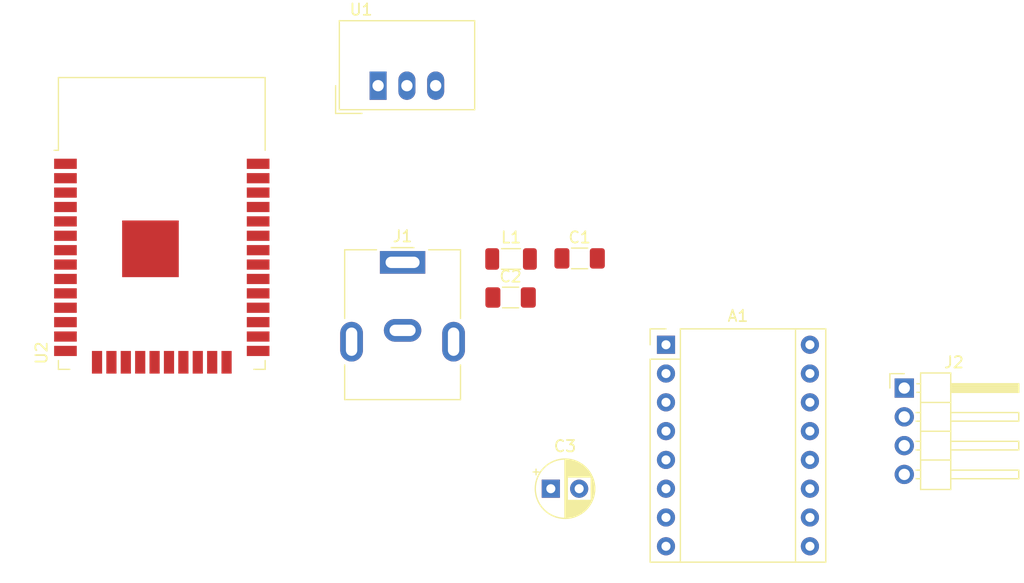
<source format=kicad_pcb>
(kicad_pcb (version 20211014) (generator pcbnew)
  (layers (0 "F.Cu" signal) (31 "B.Cu" signal) (34 "B.Paste" user) (35 "F.Paste" user) (36 "B.SilkS" user "B.Silkscreen") (37 "F.SilkS" user "F.Silkscreen") (38 "B.Mask" user) (39 "F.Mask" user) (44 "Edge.Cuts" user))
  (net 0 "")
  (net 1 "+12V")
  (net 2 "GND")
  (net 3 "+3V3")
  (net 4 "Net-(U2-Pad1)")
  (net 40 "Net-(L1-Pad2)")
  (net 43 "/A2")
  (net 45 "/A1")
  (net 47 "/B1")
  (net 49 "/B2")
  (footprint "Capacitor_THT:CP_Radial_D5.0mm_P2.50mm" (layer "F.Cu") (at 172.72 119.38)
    (fp_text reference "C3" (at 1.25 -3.75) (layer "F.SilkS"))
    (fp_text value "100uF")
    (fp_line (start 2.531 -2.247) (end 2.531 -1.04) (layer "F.SilkS") (width 0.12))
    (fp_line (start 2.651 1.04) (end 2.651 2.175) (layer "F.SilkS") (width 0.12))
    (fp_line (start 1.971 -2.48) (end 1.971 -1.04) (layer "F.SilkS") (width 0.12))
    (fp_line (start 3.411 1.04) (end 3.411 1.443) (layer "F.SilkS") (width 0.12))
    (fp_line (start 1.93 -2.491) (end 1.93 -1.04) (layer "F.SilkS") (width 0.12))
    (fp_line (start 3.131 1.04) (end 3.131 1.785) (layer "F.SilkS") (width 0.12))
    (fp_line (start 2.771 -2.095) (end 2.771 -1.04) (layer "F.SilkS") (width 0.12))
    (fp_line (start 2.251 1.04) (end 2.251 2.382) (layer "F.SilkS") (width 0.12))
    (fp_line (start 2.091 1.04) (end 2.091 2.442) (layer "F.SilkS") (width 0.12))
    (fp_line (start 2.611 1.04) (end 2.611 2.2) (layer "F.SilkS") (width 0.12))
    (fp_line (start -1.304775 -1.725) (end -1.304775 -1.225) (layer "F.SilkS") (width 0.12))
    (fp_line (start 3.011 1.04) (end 3.011 1.901) (layer "F.SilkS") (width 0.12))
    (fp_line (start 2.371 1.04) (end 2.371 2.329) (layer "F.SilkS") (width 0.12))
    (fp_line (start 2.651 -2.175) (end 2.651 -1.04) (layer "F.SilkS") (width 0.12))
    (fp_line (start 1.61 1.04) (end 1.61 2.556) (layer "F.SilkS") (width 0.12))
    (fp_line (start 3.651 -1.011) (end 3.651 1.011) (layer "F.SilkS") (width 0.12))
    (fp_line (start 2.171 -2.414) (end 2.171 -1.04) (layer "F.SilkS") (width 0.12))
    (fp_line (start 1.73 -2.536) (end 1.73 -1.04) (layer "F.SilkS") (width 0.12))
    (fp_line (start 1.45 -2.573) (end 1.45 2.573) (layer "F.SilkS") (width 0.12))
    (fp_line (start 3.451 1.04) (end 3.451 1.383) (layer "F.SilkS") (width 0.12))
    (fp_line (start 2.851 -2.035) (end 2.851 -1.04) (layer "F.SilkS") (width 0.12))
    (fp_line (start 3.051 -1.864) (end 3.051 -1.04) (layer "F.SilkS") (width 0.12))
    (fp_line (start 2.931 -1.971) (end 2.931 -1.04) (layer "F.SilkS") (width 0.12))
    (fp_line (start 2.131 1.04) (end 2.131 2.428) (layer "F.SilkS") (width 0.12))
    (fp_line (start 2.571 1.04) (end 2.571 2.224) (layer "F.SilkS") (width 0.12))
    (fp_line (start 2.251 -2.382) (end 2.251 -1.04) (layer "F.SilkS") (width 0.12))
    (fp_line (start 2.771 1.04) (end 2.771 2.095) (layer "F.SilkS") (width 0.12))
    (fp_line (start 2.491 1.04) (end 2.491 2.268) (layer "F.SilkS") (width 0.12))
    (fp_line (start 3.491 1.04) (end 3.491 1.319) (layer "F.SilkS") (width 0.12))
    (fp_line (start 3.091 -1.826) (end 3.091 -1.04) (layer "F.SilkS") (width 0.12))
    (fp_line (start 1.69 1.04) (end 1.69 2.543) (layer "F.SilkS") (width 0.12))
    (fp_line (start 2.091 -2.442) (end 2.091 -1.04) (layer "F.SilkS") (width 0.12))
    (fp_line (start 2.291 1.04) (end 2.291 2.365) (layer "F.SilkS") (width 0.12))
    (fp_line (start 2.331 -2.348) (end 2.331 -1.04) (layer "F.SilkS") (width 0.12))
    (fp_line (start 3.371 1.04) (end 3.371 1.5) (layer "F.SilkS") (width 0.12))
    (fp_line (start 2.051 1.04) (end 2.051 2.455) (layer "F.SilkS") (width 0.12))
    (fp_line (start 1.81 1.04) (end 1.81 2.52) (layer "F.SilkS") (width 0.12))
    (fp_line (start 3.571 -1.178) (end 3.571 1.178) (layer "F.SilkS") (width 0.12))
    (fp_line (start 3.331 -1.554) (end 3.331 -1.04) (layer "F.SilkS") (width 0.12))
    (fp_line (start 3.531 1.04) (end 3.531 1.251) (layer "F.SilkS") (width 0.12))
    (fp_line (start 3.611 -1.098) (end 3.611 1.098) (layer "F.SilkS") (width 0.12))
    (fp_line (start 1.81 -2.52) (end 1.81 -1.04) (layer "F.SilkS") (width 0.12))
    (fp_line (start 3.091 1.04) (end 3.091 1.826) (layer "F.SilkS") (width 0.12))
    (fp_line (start 1.37 -2.578) (end 1.37 2.578) (layer "F.SilkS") (width 0.12))
    (fp_line (start 3.131 -1.785) (end 3.131 -1.04) (layer "F.SilkS") (width 0.12))
    (fp_line (start 3.531 -1.251) (end 3.531 -1.04) (layer "F.SilkS") (width 0.12))
    (fp_line (start 1.65 1.04) (end 1.65 2.55) (layer "F.SilkS") (width 0.12))
    (fp_line (start 2.731 1.04) (end 2.731 2.122) (layer "F.SilkS") (width 0.12))
    (fp_line (start 2.571 -2.224) (end 2.571 -1.04) (layer "F.SilkS") (width 0.12))
    (fp_line (start 2.171 1.04) (end 2.171 2.414) (layer "F.SilkS") (width 0.12))
    (fp_line (start 2.011 1.04) (end 2.011 2.468) (layer "F.SilkS") (width 0.12))
    (fp_line (start 1.971 1.04) (end 1.971 2.48) (layer "F.SilkS") (width 0.12))
    (fp_line (start 1.77 -2.528) (end 1.77 -1.04) (layer "F.SilkS") (width 0.12))
    (fp_line (start 3.291 -1.605) (end 3.291 -1.04) (layer "F.SilkS") (width 0.12))
    (fp_line (start 2.971 -1.937) (end 2.971 -1.04) (layer "F.SilkS") (width 0.12))
    (fp_line (start 3.331 1.04) (end 3.331 1.554) (layer "F.SilkS") (width 0.12))
    (fp_line (start 3.491 -1.319) (end 3.491 -1.04) (layer "F.SilkS") (width 0.12))
    (fp_line (start 2.411 1.04) (end 2.411 2.31) (layer "F.SilkS") (width 0.12))
    (fp_line (start 2.811 1.04) (end 2.811 2.065) (layer "F.SilkS") (width 0.12))
    (fp_line (start 3.771 -0.677) (end 3.771 0.677) (layer "F.SilkS") (width 0.12))
    (fp_line (start 2.131 -2.428) (end 2.131 -1.04) (layer "F.SilkS") (width 0.12))
    (fp_line (start 1.65 -2.55) (end 1.65 -1.04) (layer "F.SilkS") (width 0.12))
    (fp_line (start 1.57 -2.561) (end 1.57 -1.04) (layer "F.SilkS") (width 0.12))
    (fp_line (start 2.891 -2.004) (end 2.891 -1.04) (layer "F.SilkS") (width 0.12))
    (fp_line (start 2.411 -2.31) (end 2.411 -1.04) (layer "F.SilkS") (width 0.12))
    (fp_line (start 2.931 1.04) (end 2.931 1.971) (layer "F.SilkS") (width 0.12))
    (fp_line (start 1.85 1.04) (end 1.85 2.511) (layer "F.SilkS") (width 0.12))
    (fp_line (start 2.451 1.04) (end 2.451 2.29) (layer "F.SilkS") (width 0.12))
    (fp_line (start 2.731 -2.122) (end 2.731 -1.04) (layer "F.SilkS") (width 0.12))
    (fp_line (start 1.57 1.04) (end 1.57 2.561) (layer "F.SilkS") (width 0.12))
    (fp_line (start 1.93 1.04) (end 1.93 2.491) (layer "F.SilkS") (width 0.12))
    (fp_line (start 2.691 1.04) (end 2.691 2.149) (layer "F.SilkS") (width 0.12))
    (fp_line (start 3.851 -0.284) (end 3.851 0.284) (layer "F.SilkS") (width 0.12))
    (fp_line (start 3.211 1.04) (end 3.211 1.699) (layer "F.SilkS") (width 0.12))
    (fp_line (start 2.811 -2.065) (end 2.811 -1.04) (layer "F.SilkS") (width 0.12))
    (fp_line (start 3.731 -0.805) (end 3.731 0.805) (layer "F.SilkS") (width 0.12))
    (fp_line (start 1.49 -2.569) (end 1.49 -1.04) (layer "F.SilkS") (width 0.12))
    (fp_line (start 3.051 1.04) (end 3.051 1.864) (layer "F.SilkS") (width 0.12))
    (fp_line (start 1.41 -2.576) (end 1.41 2.576) (layer "F.SilkS") (width 0.12))
    (fp_line (start 1.53 1.04) (end 1.53 2.565) (layer "F.SilkS") (width 0.12))
    (fp_line (start 3.691 -0.915) (end 3.691 0.915) (layer "F.SilkS") (width 0.12))
    (fp_line (start 2.891 1.04) (end 2.891 2.004) (layer "F.SilkS") (width 0.12))
    (fp_line (start 3.411 -1.443) (end 3.411 -1.04) (layer "F.SilkS") (width 0.12))
    (fp_line (start 3.251 1.04) (end 3.251 1.653) (layer "F.SilkS") (width 0.12))
    (fp_line (start 1.61 -2.556) (end 1.61 -1.04) (layer "F.SilkS") (width 0.12))
    (fp_line (start 2.491 -2.268) (end 2.491 -1.04) (layer "F.SilkS") (width 0.12))
    (fp_line (start 2.011 -2.468) (end 2.011 -1.04) (layer "F.SilkS") (width 0.12))
    (fp_line (start 2.211 1.04) (end 2.211 2.398) (layer "F.SilkS") (width 0.12))
    (fp_line (start 1.53 -2.565) (end 1.53 -1.04) (layer "F.SilkS") (width 0.12))
    (fp_line (start 3.011 -1.901) (end 3.011 -1.04) (layer "F.SilkS") (width 0.12))
    (fp_line (start 1.77 1.04) (end 1.77 2.528) (layer "F.SilkS") (width 0.12))
    (fp_line (start 1.89 1.04) (end 1.89 2.501) (layer "F.SilkS") (width 0.12))
    (fp_line (start 2.051 -2.455) (end 2.051 -1.04) (layer "F.SilkS") (width 0.12))
    (fp_line (start 1.49 1.04) (end 1.49 2.569) (layer "F.SilkS") (width 0.12))
    (fp_line (start 2.331 1.04) (end 2.331 2.348) (layer "F.SilkS") (width 0.12))
    (fp_line (start 2.531 1.04) (end 2.531 2.247) (layer "F.SilkS") (width 0.12))
    (fp_line (start 3.211 -1.699) (end 3.211 -1.04) (layer "F.SilkS") (width 0.12))
    (fp_line (start 2.291 -2.365) (end 2.291 -1.04) (layer "F.SilkS") (width 0.12))
    (fp_line (start 2.691 -2.149) (end 2.691 -1.04) (layer "F.SilkS") (width 0.12))
    (fp_line (start 3.251 -1.653) (end 3.251 -1.04) (layer "F.SilkS") (width 0.12))
    (fp_line (start 3.171 -1.743) (end 3.171 -1.04) (layer "F.SilkS") (width 0.12))
    (fp_line (start 3.291 1.04) (end 3.291 1.605) (layer "F.SilkS") (width 0.12))
    (fp_line (start 2.451 -2.29) (end 2.451 -1.04) (layer "F.SilkS") (width 0.12))
    (fp_line (start 3.811 -0.518) (end 3.811 0.518) (layer "F.SilkS") (width 0.12))
    (fp_line (start 2.371 -2.329) (end 2.371 -1.04) (layer "F.SilkS") (width 0.12))
    (fp_line (start 3.371 -1.5) (end 3.371 -1.04) (layer "F.SilkS") (width 0.12))
    (fp_line (start 1.85 -2.511) (end 1.85 -1.04) (layer "F.SilkS") (width 0.12))
    (fp_line (start 2.851 1.04) (end 2.851 2.035) (layer "F.SilkS") (width 0.12))
    (fp_line (start 1.25 -2.58) (end 1.25 2.58) (layer "F.SilkS") (width 0.12))
    (fp_line (start 1.69 -2.543) (end 1.69 -1.04) (layer "F.SilkS") (width 0.12))
    (fp_line (start 1.33 -2.579) (end 1.33 2.579) (layer "F.SilkS") (width 0.12))
    (fp_line (start 3.171 1.04) (end 3.171 1.743) (layer "F.SilkS") (width 0.12))
    (fp_line (start 2.611 -2.2) (end 2.611 -1.04) (layer "F.SilkS") (width 0.12))
    (fp_line (start 2.211 -2.398) (end 2.211 -1.04) (layer "F.SilkS") (width 0.12))
    (fp_line (start 2.971 1.04) (end 2.971 1.937) (layer "F.SilkS") (width 0.12))
    (fp_line (start 1.89 -2.501) (end 1.89 -1.04) (layer "F.SilkS") (width 0.12))
    (fp_line (start 3.451 -1.383) (end 3.451 -1.04) (layer "F.SilkS") (width 0.12))
    (fp_line (start -1.554775 -1.475) (end -1.054775 -1.475) (layer "F.SilkS") (width 0.12))
    (fp_line (start 1.29 -2.58) (end 1.29 2.58) (layer "F.SilkS") (width 0.12))
    (fp_line (start 1.73 1.04) (end 1.73 2.536) (layer "F.SilkS") (width 0.12))
    (fp_circle (center 1.25 0) (end 3.87 0) (layer "F.SilkS") (width 0.12) (fill none))
    (pad "1" thru_hole rect locked (at 0 0) (size 1.6 1.6) (drill 0.8) (layers *.Cu *.Mask) (net 1 "+12V"))
    (pad "2" thru_hole circle locked (at 2.5 0) (size 1.6 1.6) (drill 0.8) (layers *.Cu *.Mask) (net 2 "GND"))
  )
  (footprint "Inductor_SMD:L_1206_3216Metric_Pad1.22x1.90mm_HandSolder" (layer "F.Cu") (at 169.21 99.11)
    (fp_text reference "L1" (at 0 -1.9) (layer "F.SilkS"))
    (fp_text value "5.6uH")
    (fp_line (start -0.835242 -0.91) (end 0.835242 -0.91) (layer "F.SilkS") (width 0.12))
    (fp_line (start -0.835242 0.91) (end 0.835242 0.91) (layer "F.SilkS") (width 0.12))
    (pad "1" smd roundrect locked (at -1.6625 0) (size 1.225 1.9) (layers "F.Cu" "F.Paste" "F.Mask") (roundrect_rratio 0.204082) (net 1 "+12V"))
    (pad "2" smd roundrect locked (at 1.6625 0) (size 1.225 1.9) (layers "F.Cu" "F.Paste" "F.Mask") (roundrect_rratio 0.204082) (net 40 "Net-(L1-Pad2)"))
  )
  (footprint "RF_Module:ESP32-WROOM-32" (layer "F.Cu") (at 138.395 98.97)
    (fp_text reference "U2" (at -10.61 8.43 90) (layer "F.SilkS"))
    (fp_text value "ESP32-WROOM-32")
    (fp_line (start 9.12 -15.865) (end 9.12 -9.445) (layer "F.SilkS") (width 0.12))
    (fp_line (start 9.12 9.1) (end 9.12 9.88) (layer "F.SilkS") (width 0.12))
    (fp_line (start -9.12 -9.445) (end -9.5 -9.445) (layer "F.SilkS") (width 0.12))
    (fp_line (start -9.12 9.1) (end -9.12 9.88) (layer "F.SilkS") (width 0.12))
    (fp_line (start -9.12 -15.865) (end -9.12 -9.445) (layer "F.SilkS") (width 0.12))
    (fp_line (start -9.12 -15.865) (end 9.12 -15.865) (layer "F.SilkS") (width 0.12))
    (fp_line (start 9.12 9.88) (end 8.12 9.88) (layer "F.SilkS") (width 0.12))
    (fp_line (start -9.12 9.88) (end -8.12 9.88) (layer "F.SilkS") (width 0.12))
    (pad "1" smd rect locked (at -8.5 -8.255) (size 2 0.9) (layers "F.Cu" "F.Paste" "F.Mask") (net 4 "Net-(U2-Pad1)"))
    (pad "2" smd rect locked (at -8.5 -6.985) (size 2 0.9) (layers "F.Cu" "F.Paste" "F.Mask"))
    (pad "3" smd rect locked (at -8.5 -5.715) (size 2 0.9) (layers "F.Cu" "F.Paste" "F.Mask"))
    (pad "4" smd rect locked (at -8.5 -4.445) (size 2 0.9) (layers "F.Cu" "F.Paste" "F.Mask"))
    (pad "5" smd rect locked (at -8.5 -3.175) (size 2 0.9) (layers "F.Cu" "F.Paste" "F.Mask"))
    (pad "6" smd rect locked (at -8.5 -1.905) (size 2 0.9) (layers "F.Cu" "F.Paste" "F.Mask"))
    (pad "7" smd rect locked (at -8.5 -0.635) (size 2 0.9) (layers "F.Cu" "F.Paste" "F.Mask"))
    (pad "8" smd rect locked (at -8.5 0.635) (size 2 0.9) (layers "F.Cu" "F.Paste" "F.Mask"))
    (pad "9" smd rect locked (at -8.5 1.905) (size 2 0.9) (layers "F.Cu" "F.Paste" "F.Mask"))
    (pad "10" smd rect locked (at -8.5 3.175) (size 2 0.9) (layers "F.Cu" "F.Paste" "F.Mask"))
    (pad "11" smd rect locked (at -8.5 4.445) (size 2 0.9) (layers "F.Cu" "F.Paste" "F.Mask"))
    (pad "12" smd rect locked (at -8.5 5.715) (size 2 0.9) (layers "F.Cu" "F.Paste" "F.Mask"))
    (pad "13" smd rect locked (at -8.5 6.985) (size 2 0.9) (layers "F.Cu" "F.Paste" "F.Mask"))
    (pad "14" smd rect locked (at -8.5 8.255) (size 2 0.9) (layers "F.Cu" "F.Paste" "F.Mask"))
    (pad "15" smd rect locked (at -5.715 9.255 90) (size 2 0.9) (layers "F.Cu" "F.Paste" "F.Mask") (net 4 "Net-(U2-Pad1)"))
    (pad "16" smd rect locked (at -4.445 9.255 90) (size 2 0.9) (layers "F.Cu" "F.Paste" "F.Mask"))
    (pad "17" smd rect locked (at -3.175 9.255 90) (size 2 0.9) (layers "F.Cu" "F.Paste" "F.Mask"))
    (pad "18" smd rect locked (at -1.905 9.255 90) (size 2 0.9) (layers "F.Cu" "F.Paste" "F.Mask"))
    (pad "19" smd rect locked (at -0.635 9.255 90) (size 2 0.9) (layers "F.Cu" "F.Paste" "F.Mask"))
    (pad "20" smd rect locked (at 0.635 9.255 90) (size 2 0.9) (layers "F.Cu" "F.Paste" "F.Mask"))
    (pad "21" smd rect locked (at 1.905 9.255 90) (size 2 0.9) (layers "F.Cu" "F.Paste" "F.Mask"))
    (pad "22" smd rect locked (at 3.175 9.255 90) (size 2 0.9) (layers "F.Cu" "F.Paste" "F.Mask"))
    (pad "23" smd rect locked (at 4.445 9.255 90) (size 2 0.9) (layers "F.Cu" "F.Paste" "F.Mask"))
    (pad "24" smd rect locked (at 5.715 9.255 90) (size 2 0.9) (layers "F.Cu" "F.Paste" "F.Mask"))
    (pad "25" smd rect locked (at 8.5 8.255) (size 2 0.9) (layers "F.Cu" "F.Paste" "F.Mask"))
    (pad "26" smd rect locked (at 8.5 6.985) (size 2 0.9) (layers "F.Cu" "F.Paste" "F.Mask"))
    (pad "27" smd rect locked (at 8.5 5.715) (size 2 0.9) (layers "F.Cu" "F.Paste" "F.Mask"))
    (pad "28" smd rect locked (at 8.5 4.445) (size 2 0.9) (layers "F.Cu" "F.Paste" "F.Mask"))
    (pad "29" smd rect locked (at 8.5 3.175) (size 2 0.9) (layers "F.Cu" "F.Paste" "F.Mask"))
    (pad "30" smd rect locked (at 8.5 1.905) (size 2 0.9) (layers "F.Cu" "F.Paste" "F.Mask"))
    (pad "31" smd rect locked (at 8.5 0.635) (size 2 0.9) (layers "F.Cu" "F.Paste" "F.Mask"))
    (pad "32" smd rect locked (at 8.5 -0.635) (size 2 0.9) (layers "F.Cu" "F.Paste" "F.Mask"))
    (pad "33" smd rect locked (at 8.5 -1.905) (size 2 0.9) (layers "F.Cu" "F.Paste" "F.Mask"))
    (pad "34" smd rect locked (at 8.5 -3.175) (size 2 0.9) (layers "F.Cu" "F.Paste" "F.Mask"))
    (pad "35" smd rect locked (at 8.5 -4.445) (size 2 0.9) (layers "F.Cu" "F.Paste" "F.Mask"))
    (pad "36" smd rect locked (at 8.5 -5.715) (size 2 0.9) (layers "F.Cu" "F.Paste" "F.Mask"))
    (pad "37" smd rect locked (at 8.5 -6.985) (size 2 0.9) (layers "F.Cu" "F.Paste" "F.Mask"))
    (pad "38" smd rect locked (at 8.5 -8.255) (size 2 0.9) (layers "F.Cu" "F.Paste" "F.Mask") (net 4 "Net-(U2-Pad1)"))
    (pad "39" smd rect locked (at -1 -0.755) (size 5 5) (layers "F.Cu" "F.Paste" "F.Mask") (net 4 "Net-(U2-Pad1)"))
  )
  (footprint "Connector_BarrelJack:BarrelJack_CUI_PJ-063AH_Horizontal" (layer "F.Cu") (at 159.64 99.41)
    (fp_text reference "J1" (at 0 -2.3) (layer "F.SilkS"))
    (fp_text value "Barrel_Jack")
    (fp_line (start -1 -1.3) (end 1 -1.3) (layer "F.SilkS") (width 0.12))
    (fp_line (start 5.11 9.05) (end 5.11 12.11) (layer "F.SilkS") (width 0.12))
    (fp_line (start -5.11 -1.11) (end -2.3 -1.11) (layer "F.SilkS") (width 0.12))
    (fp_line (start 2.3 -1.11) (end 5.11 -1.11) (layer "F.SilkS") (width 0.12))
    (fp_line (start 5.11 12.11) (end -5.11 12.11) (layer "F.SilkS") (width 0.12))
    (fp_line (start -5.11 12.11) (end -5.11 9.05) (layer "F.SilkS") (width 0.12))
    (fp_line (start -5.11 4.95) (end -5.11 -1.11) (layer "F.SilkS") (width 0.12))
    (fp_line (start 5.11 -1.11) (end 5.11 4.95) (layer "F.SilkS") (width 0.12))
    (pad "" np_thru_hole circle locked (at 0 9) (size 1.6 1.6) (drill 1.6) (layers *.Cu *.Mask))
    (pad "1" thru_hole rect locked (at 0 0) (size 4 2) (drill oval 3 1) (layers *.Cu *.Mask) (net 1 "+12V"))
    (pad "2" thru_hole oval locked (at 0 6) (size 3.3 2) (drill oval 2.3 1) (layers *.Cu *.Mask) (net 2 "GND"))
    (pad "MP" thru_hole oval locked (at -4.5 7) (size 2 3.5) (drill oval 1 2.5) (layers *.Cu *.Mask))
    (pad "MP" thru_hole oval locked (at 4.5 7) (size 2 3.5) (drill oval 1 2.5) (layers *.Cu *.Mask))
  )
  (footprint "Converter_DCDC:Converter_DCDC_TRACO_TSR-1_THT" (layer "F.Cu") (at 157.48 83.82)
    (fp_text reference "U1" (at -1.5 -6.71) (layer "F.SilkS"))
    (fp_text value "TSR_1-2433")
    (fp_line (start -3.75 0) (end -3.75 2.45) (layer "F.SilkS") (width 0.12))
    (fp_line (start -3.42 2.12) (end -3.42 -5.73) (layer "F.SilkS") (width 0.12))
    (fp_line (start 8.52 2.12) (end -3.42 2.12) (layer "F.SilkS") (width 0.12))
    (fp_line (start -3.75 2.45) (end -1.42 2.45) (layer "F.SilkS") (width 0.12))
    (fp_line (start 8.52 -5.73) (end 8.52 2.12) (layer "F.SilkS") (width 0.12))
    (fp_line (start -3.42 -5.73) (end 8.52 -5.73) (layer "F.SilkS") (width 0.12))
    (pad "1" thru_hole rect locked (at 0 0) (size 1.5 2.5) (drill 1) (layers *.Cu *.Mask) (net 1 "+12V"))
    (pad "2" thru_hole oval locked (at 2.54 0) (size 1.5 2.5) (drill 1) (layers *.Cu *.Mask) (net 2 "GND"))
    (pad "3" thru_hole oval locked (at 5.08 0) (size 1.5 2.5) (drill 1) (layers *.Cu *.Mask) (net 3 "+3V3"))
  )
  (footprint "Connector_PinHeader_2.54mm:PinHeader_1x04_P2.54mm_Horizontal" (layer "F.Cu") (at 203.905 110.5)
    (fp_text reference "J2" (at 4.385 -2.27) (layer "F.SilkS"))
    (fp_text value "Stepper")
    (fp_line (start 1.44 6.35) (end 4.1 6.35) (layer "F.SilkS") (width 0.12))
    (fp_line (start 1.44 3.81) (end 4.1 3.81) (layer "F.SilkS") (width 0.12))
    (fp_line (start 10.1 -0.38) (end 10.1 0.38) (layer "F.SilkS") (width 0.12))
    (fp_line (start 4.1 -0.32) (end 10.1 -0.32) (layer "F.SilkS") (width 0.12))
    (fp_line (start 10.1 7.24) (end 10.1 8) (layer "F.SilkS") (width 0.12))
    (fp_line (start 1.042929 2.16) (end 1.44 2.16) (layer "F.SilkS") (width 0.12))
    (fp_line (start 10.1 2.92) (end 4.1 2.92) (layer "F.SilkS") (width 0.12))
    (fp_line (start 4.1 8.95) (end 4.1 -1.33) (layer "F.SilkS") (width 0.12))
    (fp_line (start 4.1 -0.38) (end 10.1 -0.38) (layer "F.SilkS") (width 0.12))
    (fp_line (start 1.44 8.95) (end 4.1 8.95) (layer "F.SilkS") (width 0.12))
    (fp_line (start 4.1 -0.08) (end 10.1 -0.08) (layer "F.SilkS") (width 0.12))
    (fp_line (start 4.1 -0.2) (end 10.1 -0.2) (layer "F.SilkS") (width 0.12))
    (fp_line (start 4.1 4.7) (end 10.1 4.7) (layer "F.SilkS") (width 0.12))
    (fp_line (start 1.042929 8) (end 1.44 8) (layer "F.SilkS") (width 0.12))
    (fp_line (start 4.1 0.28) (end 10.1 0.28) (layer "F.SilkS") (width 0.12))
    (fp_line (start -1.27 -1.27) (end 0 -1.27) (layer "F.SilkS") (width 0.12))
    (fp_line (start 4.1 2.16) (end 10.1 2.16) (layer "F.SilkS") (width 0.12))
    (fp_line (start 4.1 -1.33) (end 1.44 -1.33) (layer "F.SilkS") (width 0.12))
    (fp_line (start -1.27 0) (end -1.27 -1.27) (layer "F.SilkS") (width 0.12))
    (fp_line (start 1.042929 7.24) (end 1.44 7.24) (layer "F.SilkS") (width 0.12))
    (fp_line (start 10.1 8) (end 4.1 8) (layer "F.SilkS") (width 0.12))
    (fp_line (start 1.042929 5.46) (end 1.44 5.46) (layer "F.SilkS") (width 0.12))
    (fp_line (start 1.042929 2.92) (end 1.44 2.92) (layer "F.SilkS") (width 0.12))
    (fp_line (start 1.44 -1.33) (end 1.44 8.95) (layer "F.SilkS") (width 0.12))
    (fp_line (start 10.1 2.16) (end 10.1 2.92) (layer "F.SilkS") (width 0.12))
    (fp_line (start 1.11 -0.38) (end 1.44 -0.38) (layer "F.SilkS") (width 0.12))
    (fp_line (start 1.042929 4.7) (end 1.44 4.7) (layer "F.SilkS") (width 0.12))
    (fp_line (start 10.1 0.38) (end 4.1 0.38) (layer "F.SilkS") (width 0.12))
    (fp_line (start 10.1 4.7) (end 10.1 5.46) (layer "F.SilkS") (width 0.12))
    (fp_line (start 1.44 1.27) (end 4.1 1.27) (layer "F.SilkS") (width 0.12))
    (fp_line (start 10.1 5.46) (end 4.1 5.46) (layer "F.SilkS") (width 0.12))
    (fp_line (start 4.1 7.24) (end 10.1 7.24) (layer "F.SilkS") (width 0.12))
    (fp_line (start 4.1 0.16) (end 10.1 0.16) (layer "F.SilkS") (width 0.12))
    (fp_line (start 4.1 0.04) (end 10.1 0.04) (layer "F.SilkS") (width 0.12))
    (fp_line (start 1.11 0.38) (end 1.44 0.38) (layer "F.SilkS") (width 0.12))
    (pad "1" thru_hole rect locked (at 0 0) (size 1.7 1.7) (drill 1) (layers *.Cu *.Mask) (net 43 "/A2"))
    (pad "2" thru_hole oval locked (at 0 2.54) (size 1.7 1.7) (drill 1) (layers *.Cu *.Mask) (net 45 "/A1"))
    (pad "3" thru_hole oval locked (at 0 5.08) (size 1.7 1.7) (drill 1) (layers *.Cu *.Mask) (net 47 "/B1"))
    (pad "4" thru_hole oval locked (at 0 7.62) (size 1.7 1.7) (drill 1) (layers *.Cu *.Mask) (net 49 "/B2"))
  )
  (footprint "Module:Pololu_Breakout-16_15.2x20.3mm" (layer "F.Cu") (at 182.88 106.68)
    (fp_text reference "A1" (at 6.35 -2.54) (layer "F.SilkS"))
    (fp_text value "Breakout_DRV8825")
    (fp_line (start 14.1 19.18) (end 14.1 -1.4) (layer "F.SilkS") (width 0.12))
    (fp_line (start 1.27 1.27) (end -1.4 1.27) (layer "F.SilkS") (width 0.12))
    (fp_line (start 11.43 -1.4) (end 11.43 19.18) (layer "F.SilkS") (width 0.12))
    (fp_line (start 14.1 -1.4) (end 1.27 -1.4) (layer "F.SilkS") (width 0.12))
    (fp_line (start -1.4 1.27) (end -1.4 19.18) (layer "F.SilkS") (width 0.12))
    (fp_line (start -1.4 -1.4) (end -1.4 0) (layer "F.SilkS") (width 0.12))
    (fp_line (start -1.4 19.18) (end 14.1 19.18) (layer "F.SilkS") (width 0.12))
    (fp_line (start 0 -1.4) (end -1.4 -1.4) (layer "F.SilkS") (width 0.12))
    (fp_line (start 1.27 1.27) (end 1.27 19.18) (layer "F.SilkS") (width 0.12))
    (fp_line (start 1.27 -1.4) (end 1.27 1.27) (layer "F.SilkS") (width 0.12))
    (pad "1" thru_hole rect locked (at 0 0) (size 1.6 1.6) (drill 0.8) (layers *.Cu *.Mask) (net 2 "GND"))
    (pad "2" thru_hole oval locked (at 0 2.54) (size 1.6 1.6) (drill 0.8) (layers *.Cu *.Mask) (net 3 "+3V3"))
    (pad "3" thru_hole oval locked (at 0 5.08) (size 1.6 1.6) (drill 0.8) (layers *.Cu *.Mask) (net 43 "/A2"))
    (pad "4" thru_hole oval locked (at 0 7.62) (size 1.6 1.6) (drill 0.8) (layers *.Cu *.Mask) (net 45 "/A1"))
    (pad "5" thru_hole oval locked (at 0 10.16) (size 1.6 1.6) (drill 0.8) (layers *.Cu *.Mask) (net 47 "/B1"))
    (pad "6" thru_hole oval locked (at 0 12.7) (size 1.6 1.6) (drill 0.8) (layers *.Cu *.Mask) (net 49 "/B2"))
    (pad "7" thru_hole oval locked (at 0 15.24) (size 1.6 1.6) (drill 0.8) (layers *.Cu *.Mask) (net 2 "GND"))
    (pad "8" thru_hole oval locked (at 0 17.78) (size 1.6 1.6) (drill 0.8) (layers *.Cu *.Mask) (net 1 "+12V"))
    (pad "9" thru_hole oval locked (at 12.7 17.78) (size 1.6 1.6) (drill 0.8) (layers *.Cu *.Mask))
    (pad "10" thru_hole oval locked (at 12.7 15.24) (size 1.6 1.6) (drill 0.8) (layers *.Cu *.Mask))
    (pad "11" thru_hole oval locked (at 12.7 12.7) (size 1.6 1.6) (drill 0.8) (layers *.Cu *.Mask))
    (pad "12" thru_hole oval locked (at 12.7 10.16) (size 1.6 1.6) (drill 0.8) (layers *.Cu *.Mask))
    (pad "13" thru_hole oval locked (at 12.7 7.62) (size 1.6 1.6) (drill 0.8) (layers *.Cu *.Mask))
    (pad "14" thru_hole oval locked (at 12.7 5.08) (size 1.6 1.6) (drill 0.8) (layers *.Cu *.Mask))
    (pad "15" thru_hole oval locked (at 12.7 2.54) (size 1.6 1.6) (drill 0.8) (layers *.Cu *.Mask))
    (pad "16" thru_hole oval locked (at 12.7 0) (size 1.6 1.6) (drill 0.8) (layers *.Cu *.Mask))
  )
  (footprint "Capacitor_SMD:C_1206_3216Metric_Pad1.33x1.80mm_HandSolder" (layer "F.Cu") (at 169.17 102.51)
    (fp_text reference "C2" (at 0 -1.85) (layer "F.SilkS"))
    (fp_text value "10uF")
    (fp_line (start -0.711252 -0.91) (end 0.711252 -0.91) (layer "F.SilkS") (width 0.12))
    (fp_line (start -0.711252 0.91) (end 0.711252 0.91) (layer "F.SilkS") (width 0.12))
    (pad "1" smd roundrect locked (at -1.5625 0) (size 1.325 1.8) (layers "F.Cu" "F.Paste" "F.Mask") (roundrect_rratio 0.188679) (net 40 "Net-(L1-Pad2)"))
    (pad "2" smd roundrect locked (at 1.5625 0) (size 1.325 1.8) (layers "F.Cu" "F.Paste" "F.Mask") (roundrect_rratio 0.188679) (net 2 "GND"))
  )
  (footprint "Capacitor_SMD:C_1206_3216Metric_Pad1.33x1.80mm_HandSolder" (layer "F.Cu") (at 175.26 99.06)
    (fp_text reference "C1" (at 0 -1.85) (layer "F.SilkS"))
    (fp_text value "10uF")
    (fp_line (start -0.711252 -0.91) (end 0.711252 -0.91) (layer "F.SilkS") (width 0.12))
    (fp_line (start -0.711252 0.91) (end 0.711252 0.91) (layer "F.SilkS") (width 0.12))
    (pad "1" smd roundrect locked (at -1.5625 0) (size 1.325 1.8) (layers "F.Cu" "F.Paste" "F.Mask") (roundrect_rratio 0.188679) (net 1 "+12V"))
    (pad "2" smd roundrect locked (at 1.5625 0) (size 1.325 1.8) (layers "F.Cu" "F.Paste" "F.Mask") (roundrect_rratio 0.188679) (net 2 "GND"))
  )
)
</source>
